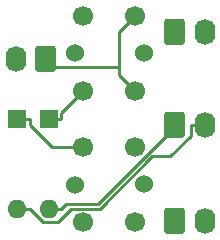
<source format=gbr>
G04 #@! TF.GenerationSoftware,KiCad,Pcbnew,(5.1.5-0-10_14)*
G04 #@! TF.CreationDate,2020-06-22T05:53:20+10:00*
G04 #@! TF.ProjectId,MasterModePushbutton,4d617374-6572-44d6-9f64-655075736862,rev?*
G04 #@! TF.SameCoordinates,Original*
G04 #@! TF.FileFunction,Copper,L1,Top*
G04 #@! TF.FilePolarity,Positive*
%FSLAX46Y46*%
G04 Gerber Fmt 4.6, Leading zero omitted, Abs format (unit mm)*
G04 Created by KiCad (PCBNEW (5.1.5-0-10_14)) date 2020-06-22 05:53:20*
%MOMM*%
%LPD*%
G04 APERTURE LIST*
%ADD10O,1.740000X2.200000*%
%ADD11C,0.100000*%
%ADD12C,1.524000*%
%ADD13C,1.700000*%
%ADD14O,1.600000X1.600000*%
%ADD15R,1.600000X1.600000*%
%ADD16C,0.228600*%
G04 APERTURE END LIST*
D10*
X143222000Y-87443500D03*
G04 #@! TA.AperFunction,ComponentPad*
D11*
G36*
X141326505Y-86344704D02*
G01*
X141350773Y-86348304D01*
X141374572Y-86354265D01*
X141397671Y-86362530D01*
X141419850Y-86373020D01*
X141440893Y-86385632D01*
X141460599Y-86400247D01*
X141478777Y-86416723D01*
X141495253Y-86434901D01*
X141509868Y-86454607D01*
X141522480Y-86475650D01*
X141532970Y-86497829D01*
X141541235Y-86520928D01*
X141547196Y-86544727D01*
X141550796Y-86568995D01*
X141552000Y-86593499D01*
X141552000Y-88293501D01*
X141550796Y-88318005D01*
X141547196Y-88342273D01*
X141541235Y-88366072D01*
X141532970Y-88389171D01*
X141522480Y-88411350D01*
X141509868Y-88432393D01*
X141495253Y-88452099D01*
X141478777Y-88470277D01*
X141460599Y-88486753D01*
X141440893Y-88501368D01*
X141419850Y-88513980D01*
X141397671Y-88524470D01*
X141374572Y-88532735D01*
X141350773Y-88538696D01*
X141326505Y-88542296D01*
X141302001Y-88543500D01*
X140061999Y-88543500D01*
X140037495Y-88542296D01*
X140013227Y-88538696D01*
X139989428Y-88532735D01*
X139966329Y-88524470D01*
X139944150Y-88513980D01*
X139923107Y-88501368D01*
X139903401Y-88486753D01*
X139885223Y-88470277D01*
X139868747Y-88452099D01*
X139854132Y-88432393D01*
X139841520Y-88411350D01*
X139831030Y-88389171D01*
X139822765Y-88366072D01*
X139816804Y-88342273D01*
X139813204Y-88318005D01*
X139812000Y-88293501D01*
X139812000Y-86593499D01*
X139813204Y-86568995D01*
X139816804Y-86544727D01*
X139822765Y-86520928D01*
X139831030Y-86497829D01*
X139841520Y-86475650D01*
X139854132Y-86454607D01*
X139868747Y-86434901D01*
X139885223Y-86416723D01*
X139903401Y-86400247D01*
X139923107Y-86385632D01*
X139944150Y-86373020D01*
X139966329Y-86362530D01*
X139989428Y-86354265D01*
X140013227Y-86348304D01*
X140037495Y-86344704D01*
X140061999Y-86343500D01*
X141302001Y-86343500D01*
X141326505Y-86344704D01*
G37*
G04 #@! TD.AperFunction*
D10*
X143222000Y-103445000D03*
G04 #@! TA.AperFunction,ComponentPad*
D11*
G36*
X141326505Y-102346204D02*
G01*
X141350773Y-102349804D01*
X141374572Y-102355765D01*
X141397671Y-102364030D01*
X141419850Y-102374520D01*
X141440893Y-102387132D01*
X141460599Y-102401747D01*
X141478777Y-102418223D01*
X141495253Y-102436401D01*
X141509868Y-102456107D01*
X141522480Y-102477150D01*
X141532970Y-102499329D01*
X141541235Y-102522428D01*
X141547196Y-102546227D01*
X141550796Y-102570495D01*
X141552000Y-102594999D01*
X141552000Y-104295001D01*
X141550796Y-104319505D01*
X141547196Y-104343773D01*
X141541235Y-104367572D01*
X141532970Y-104390671D01*
X141522480Y-104412850D01*
X141509868Y-104433893D01*
X141495253Y-104453599D01*
X141478777Y-104471777D01*
X141460599Y-104488253D01*
X141440893Y-104502868D01*
X141419850Y-104515480D01*
X141397671Y-104525970D01*
X141374572Y-104534235D01*
X141350773Y-104540196D01*
X141326505Y-104543796D01*
X141302001Y-104545000D01*
X140061999Y-104545000D01*
X140037495Y-104543796D01*
X140013227Y-104540196D01*
X139989428Y-104534235D01*
X139966329Y-104525970D01*
X139944150Y-104515480D01*
X139923107Y-104502868D01*
X139903401Y-104488253D01*
X139885223Y-104471777D01*
X139868747Y-104453599D01*
X139854132Y-104433893D01*
X139841520Y-104412850D01*
X139831030Y-104390671D01*
X139822765Y-104367572D01*
X139816804Y-104343773D01*
X139813204Y-104319505D01*
X139812000Y-104295001D01*
X139812000Y-102594999D01*
X139813204Y-102570495D01*
X139816804Y-102546227D01*
X139822765Y-102522428D01*
X139831030Y-102499329D01*
X139841520Y-102477150D01*
X139854132Y-102456107D01*
X139868747Y-102436401D01*
X139885223Y-102418223D01*
X139903401Y-102401747D01*
X139923107Y-102387132D01*
X139944150Y-102374520D01*
X139966329Y-102364030D01*
X139989428Y-102355765D01*
X140013227Y-102349804D01*
X140037495Y-102346204D01*
X140061999Y-102345000D01*
X141302001Y-102345000D01*
X141326505Y-102346204D01*
G37*
G04 #@! TD.AperFunction*
D10*
X127220000Y-89729500D03*
G04 #@! TA.AperFunction,ComponentPad*
D11*
G36*
X130404505Y-88630704D02*
G01*
X130428773Y-88634304D01*
X130452572Y-88640265D01*
X130475671Y-88648530D01*
X130497850Y-88659020D01*
X130518893Y-88671632D01*
X130538599Y-88686247D01*
X130556777Y-88702723D01*
X130573253Y-88720901D01*
X130587868Y-88740607D01*
X130600480Y-88761650D01*
X130610970Y-88783829D01*
X130619235Y-88806928D01*
X130625196Y-88830727D01*
X130628796Y-88854995D01*
X130630000Y-88879499D01*
X130630000Y-90579501D01*
X130628796Y-90604005D01*
X130625196Y-90628273D01*
X130619235Y-90652072D01*
X130610970Y-90675171D01*
X130600480Y-90697350D01*
X130587868Y-90718393D01*
X130573253Y-90738099D01*
X130556777Y-90756277D01*
X130538599Y-90772753D01*
X130518893Y-90787368D01*
X130497850Y-90799980D01*
X130475671Y-90810470D01*
X130452572Y-90818735D01*
X130428773Y-90824696D01*
X130404505Y-90828296D01*
X130380001Y-90829500D01*
X129139999Y-90829500D01*
X129115495Y-90828296D01*
X129091227Y-90824696D01*
X129067428Y-90818735D01*
X129044329Y-90810470D01*
X129022150Y-90799980D01*
X129001107Y-90787368D01*
X128981401Y-90772753D01*
X128963223Y-90756277D01*
X128946747Y-90738099D01*
X128932132Y-90718393D01*
X128919520Y-90697350D01*
X128909030Y-90675171D01*
X128900765Y-90652072D01*
X128894804Y-90628273D01*
X128891204Y-90604005D01*
X128890000Y-90579501D01*
X128890000Y-88879499D01*
X128891204Y-88854995D01*
X128894804Y-88830727D01*
X128900765Y-88806928D01*
X128909030Y-88783829D01*
X128919520Y-88761650D01*
X128932132Y-88740607D01*
X128946747Y-88720901D01*
X128963223Y-88702723D01*
X128981401Y-88686247D01*
X129001107Y-88671632D01*
X129022150Y-88659020D01*
X129044329Y-88648530D01*
X129067428Y-88640265D01*
X129091227Y-88634304D01*
X129115495Y-88630704D01*
X129139999Y-88629500D01*
X130380001Y-88629500D01*
X130404505Y-88630704D01*
G37*
G04 #@! TD.AperFunction*
D10*
X143222000Y-95317500D03*
G04 #@! TA.AperFunction,ComponentPad*
D11*
G36*
X141326505Y-94218704D02*
G01*
X141350773Y-94222304D01*
X141374572Y-94228265D01*
X141397671Y-94236530D01*
X141419850Y-94247020D01*
X141440893Y-94259632D01*
X141460599Y-94274247D01*
X141478777Y-94290723D01*
X141495253Y-94308901D01*
X141509868Y-94328607D01*
X141522480Y-94349650D01*
X141532970Y-94371829D01*
X141541235Y-94394928D01*
X141547196Y-94418727D01*
X141550796Y-94442995D01*
X141552000Y-94467499D01*
X141552000Y-96167501D01*
X141550796Y-96192005D01*
X141547196Y-96216273D01*
X141541235Y-96240072D01*
X141532970Y-96263171D01*
X141522480Y-96285350D01*
X141509868Y-96306393D01*
X141495253Y-96326099D01*
X141478777Y-96344277D01*
X141460599Y-96360753D01*
X141440893Y-96375368D01*
X141419850Y-96387980D01*
X141397671Y-96398470D01*
X141374572Y-96406735D01*
X141350773Y-96412696D01*
X141326505Y-96416296D01*
X141302001Y-96417500D01*
X140061999Y-96417500D01*
X140037495Y-96416296D01*
X140013227Y-96412696D01*
X139989428Y-96406735D01*
X139966329Y-96398470D01*
X139944150Y-96387980D01*
X139923107Y-96375368D01*
X139903401Y-96360753D01*
X139885223Y-96344277D01*
X139868747Y-96326099D01*
X139854132Y-96306393D01*
X139841520Y-96285350D01*
X139831030Y-96263171D01*
X139822765Y-96240072D01*
X139816804Y-96216273D01*
X139813204Y-96192005D01*
X139812000Y-96167501D01*
X139812000Y-94467499D01*
X139813204Y-94442995D01*
X139816804Y-94418727D01*
X139822765Y-94394928D01*
X139831030Y-94371829D01*
X139841520Y-94349650D01*
X139854132Y-94328607D01*
X139868747Y-94308901D01*
X139885223Y-94290723D01*
X139903401Y-94274247D01*
X139923107Y-94259632D01*
X139944150Y-94247020D01*
X139966329Y-94236530D01*
X139989428Y-94228265D01*
X140013227Y-94222304D01*
X140037495Y-94218704D01*
X140061999Y-94217500D01*
X141302001Y-94217500D01*
X141326505Y-94218704D01*
G37*
G04 #@! TD.AperFunction*
D12*
X138086000Y-100357000D03*
X132295000Y-100397000D03*
D13*
X137375000Y-97222000D03*
X137375000Y-103572000D03*
X132930000Y-97222000D03*
X132930000Y-103572000D03*
D12*
X138086000Y-89247500D03*
X132295000Y-89287500D03*
D13*
X137375000Y-86112500D03*
X137375000Y-92462500D03*
X132930000Y-86112500D03*
X132930000Y-92462500D03*
D14*
X127326000Y-102429500D03*
D15*
X127326000Y-94809500D03*
D14*
X130014000Y-102429500D03*
D15*
X130014000Y-94809500D03*
D16*
X130014000Y-94809500D02*
X131106400Y-94809500D01*
X131106400Y-94809500D02*
X131106400Y-94286100D01*
X131106400Y-94286100D02*
X132930000Y-92462500D01*
X130014000Y-102429500D02*
X131106400Y-102429500D01*
X140682000Y-95317500D02*
X140682000Y-95530800D01*
X140682000Y-95530800D02*
X134190000Y-102022800D01*
X134190000Y-102022800D02*
X131513100Y-102022800D01*
X131513100Y-102022800D02*
X131106400Y-102429500D01*
X143222000Y-95317500D02*
X142059600Y-95317500D01*
X127326000Y-102429500D02*
X128418400Y-102429500D01*
X128418400Y-102429500D02*
X129537800Y-103548900D01*
X129537800Y-103548900D02*
X130805900Y-103548900D01*
X130805900Y-103548900D02*
X131925200Y-102429600D01*
X131925200Y-102429600D02*
X134358500Y-102429600D01*
X134358500Y-102429600D02*
X138783400Y-98004700D01*
X138783400Y-98004700D02*
X140309400Y-98004700D01*
X140309400Y-98004700D02*
X142059600Y-96254500D01*
X142059600Y-96254500D02*
X142059600Y-95317500D01*
X127326000Y-94809500D02*
X128418400Y-94809500D01*
X128418400Y-94809500D02*
X128418400Y-95355700D01*
X128418400Y-95355700D02*
X130284700Y-97222000D01*
X130284700Y-97222000D02*
X132930000Y-97222000D01*
X136018500Y-90417700D02*
X136018500Y-87469000D01*
X136018500Y-87469000D02*
X137375000Y-86112500D01*
X137375000Y-92462500D02*
X136018500Y-91106000D01*
X136018500Y-91106000D02*
X136018500Y-90417700D01*
X136018500Y-90417700D02*
X130448200Y-90417700D01*
X130448200Y-90417700D02*
X129760000Y-89729500D01*
M02*

</source>
